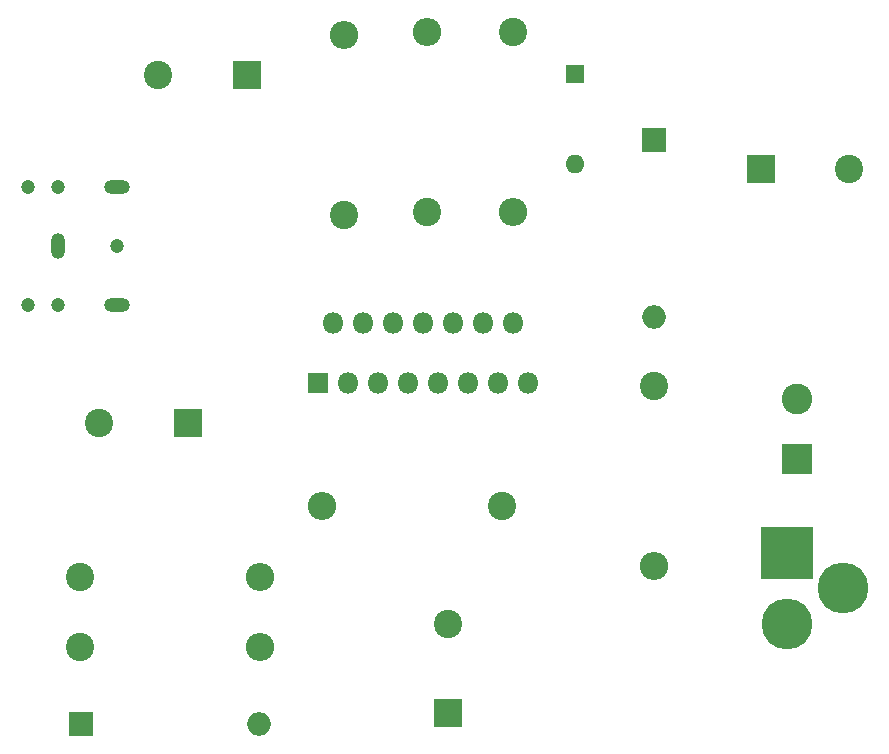
<source format=gbr>
%TF.GenerationSoftware,KiCad,Pcbnew,8.0.2*%
%TF.CreationDate,2024-06-05T21:35:29-04:00*%
%TF.ProjectId,pcb,7063622e-6b69-4636-9164-5f7063625858,rev?*%
%TF.SameCoordinates,Original*%
%TF.FileFunction,Soldermask,Bot*%
%TF.FilePolarity,Negative*%
%FSLAX46Y46*%
G04 Gerber Fmt 4.6, Leading zero omitted, Abs format (unit mm)*
G04 Created by KiCad (PCBNEW 8.0.2) date 2024-06-05 21:35:29*
%MOMM*%
%LPD*%
G01*
G04 APERTURE LIST*
%ADD10C,2.400000*%
%ADD11O,2.400000X2.400000*%
%ADD12C,1.200000*%
%ADD13O,2.200000X1.200000*%
%ADD14O,1.200000X2.200000*%
%ADD15R,2.400000X2.400000*%
%ADD16R,1.600000X1.600000*%
%ADD17O,1.600000X1.600000*%
%ADD18R,2.000000X2.000000*%
%ADD19O,2.000000X2.000000*%
%ADD20R,1.800000X1.800000*%
%ADD21O,1.800000X1.800000*%
%ADD22R,4.400000X4.400000*%
%ADD23C,4.300000*%
%ADD24R,2.600000X2.600000*%
%ADD25C,2.600000*%
G04 APERTURE END LIST*
D10*
%TO.C,R6*%
X113750000Y-80870000D03*
D11*
X113750000Y-65630000D03*
%TD*%
D10*
%TO.C,R1*%
X120750000Y-80620000D03*
D11*
X120750000Y-65380000D03*
%TD*%
D10*
%TO.C,R5*%
X140000000Y-95380000D03*
D11*
X140000000Y-110620000D03*
%TD*%
D12*
%TO.C,J2*%
X89500000Y-78500000D03*
X87000000Y-78500000D03*
X94500000Y-83500000D03*
X89500000Y-88500000D03*
X87000000Y-88500000D03*
D13*
X94500000Y-78500000D03*
D14*
X89500000Y-83500000D03*
D13*
X94500000Y-88500000D03*
%TD*%
D15*
%TO.C,C7*%
X149000000Y-77000000D03*
D10*
X156500000Y-77000000D03*
%TD*%
D16*
%TO.C,D1*%
X133250000Y-68940000D03*
D17*
X133250000Y-76560000D03*
%TD*%
D15*
%TO.C,C9*%
X100512755Y-98500000D03*
D10*
X93012755Y-98500000D03*
%TD*%
D15*
%TO.C,C6*%
X122500000Y-123012755D03*
D10*
X122500000Y-115512755D03*
%TD*%
D18*
%TO.C,C5*%
X91500000Y-124000000D03*
D19*
X106500000Y-124000000D03*
%TD*%
D20*
%TO.C,U1*%
X111530000Y-95080000D03*
D21*
X112800000Y-90000000D03*
X114070000Y-95080000D03*
X115340000Y-90000000D03*
X116610000Y-95080000D03*
X117880000Y-90000000D03*
X119150000Y-95080000D03*
X120420000Y-90000000D03*
X121690000Y-95080000D03*
X122960000Y-90000000D03*
X124230000Y-95080000D03*
X125500000Y-90000000D03*
X126770000Y-95080000D03*
X128040000Y-90000000D03*
X129310000Y-95080000D03*
%TD*%
D10*
%TO.C,R7*%
X128000000Y-65380000D03*
D11*
X128000000Y-80620000D03*
%TD*%
D10*
%TO.C,R3*%
X91380000Y-111500000D03*
D11*
X106620000Y-111500000D03*
%TD*%
D22*
%TO.C,J1*%
X151250000Y-109500000D03*
D23*
X151250000Y-115500000D03*
X155950000Y-112500000D03*
%TD*%
D15*
%TO.C,C8*%
X105512755Y-69000000D03*
D10*
X98012755Y-69000000D03*
%TD*%
D24*
%TO.C,LS1*%
X152055000Y-101545000D03*
D25*
X152055000Y-96465000D03*
%TD*%
D18*
%TO.C,C10*%
X140000000Y-74500000D03*
D19*
X140000000Y-89500000D03*
%TD*%
D10*
%TO.C,R4*%
X127120000Y-105500000D03*
D11*
X111880000Y-105500000D03*
%TD*%
D10*
%TO.C,R2*%
X91380000Y-117500000D03*
D11*
X106620000Y-117500000D03*
%TD*%
M02*

</source>
